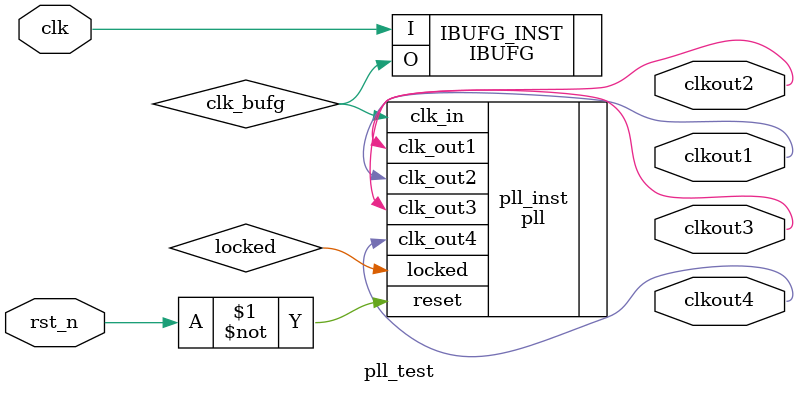
<source format=v>
`timescale 1ns / 1ps
module pll_test(
    input  clk,
    input  rst_n,
    output clkout1,
    output clkout2,
    output clkout3,
    output clkout4 
    );

wire locked;

IBUFG IBUFG_INST(
    .O(clk_bufg),
    .I(clk)
);

pll pll_inst(
    .clk_in(clk_bufg),
    .clk_out1(clkout2),
    .clk_out2(clkout1),
    .clk_out3(clkout3),
    .clk_out4(clkout4),
    .reset(~rst_n),
    .locked(locked)
);

endmodule

</source>
